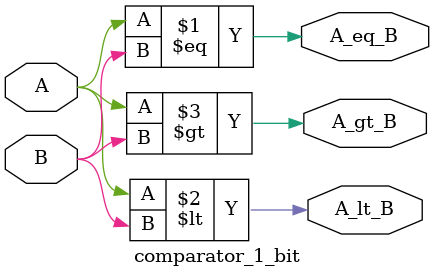
<source format=v>
`timescale 1ns / 1ps


module comparator_1_bit(input A,input B,output A_eq_B,
                        output A_lt_B,
                        output A_gt_B);
                        
assign A_eq_B = (A == B); 
assign A_lt_B = (A < B);  
assign A_gt_B = (A > B);  
endmodule

</source>
